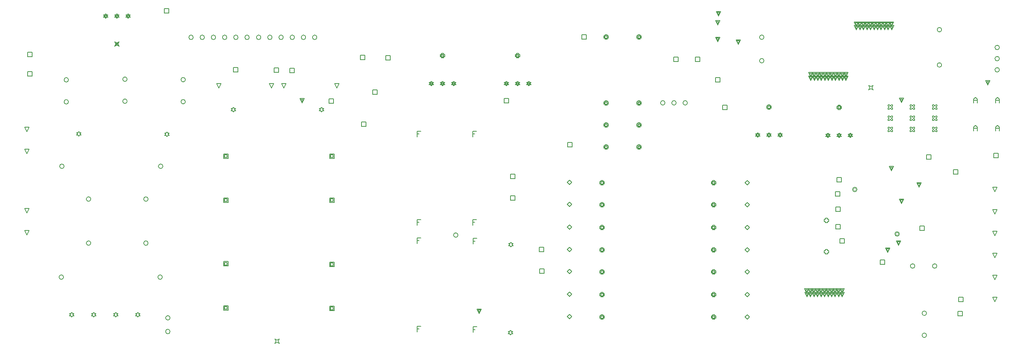
<source format=gbr>
%TF.GenerationSoftware,Altium Limited,Altium Designer,24.3.1 (35)*%
G04 Layer_Color=2752767*
%FSLAX43Y43*%
%MOMM*%
%TF.SameCoordinates,2EF1D394-34E5-4190-8ABA-250447B0B6E5*%
%TF.FilePolarity,Positive*%
%TF.FileFunction,Drawing*%
%TF.Part,Single*%
G01*
G75*
%TA.AperFunction,NonConductor*%
%ADD163C,0.127*%
%ADD164C,0.169*%
%ADD165C,0.102*%
D163*
X114167Y35217D02*
Y36233D01*
X115183D01*
Y35217D01*
X114167D01*
Y40167D02*
Y41183D01*
X115183D01*
Y40167D01*
X114167D01*
X106513Y30862D02*
X105667D01*
Y30227D01*
X106090D01*
X105667D01*
Y29592D01*
X106513Y50928D02*
X105667D01*
Y50293D01*
X106090D01*
X105667D01*
Y49658D01*
X93846Y26711D02*
X93000D01*
Y26076D01*
X93423D01*
X93000D01*
Y25441D01*
X93846Y6645D02*
X93000D01*
Y6010D01*
X93423D01*
X93000D01*
Y5375D01*
X93846Y50928D02*
X93000D01*
Y50293D01*
X93423D01*
X93000D01*
Y49658D01*
X93846Y30862D02*
X93000D01*
Y30227D01*
X93423D01*
X93000D01*
Y29592D01*
X159960Y13559D02*
Y13305D01*
X160468D01*
Y13559D01*
X160722D01*
Y14067D01*
X160468D01*
Y14321D01*
X159960D01*
Y14067D01*
X159706D01*
Y13559D01*
X159960D01*
X160062Y13661D02*
Y13508D01*
X160366D01*
Y13661D01*
X160519D01*
Y13965D01*
X160366D01*
Y14118D01*
X160062D01*
Y13965D01*
X159909D01*
Y13661D01*
X160062D01*
X159960Y18725D02*
Y18471D01*
X160468D01*
Y18725D01*
X160722D01*
Y19233D01*
X160468D01*
Y19487D01*
X159960D01*
Y19233D01*
X159706D01*
Y18725D01*
X159960D01*
X160062Y18827D02*
Y18674D01*
X160366D01*
Y18827D01*
X160519D01*
Y19131D01*
X160366D01*
Y19284D01*
X160062D01*
Y19131D01*
X159909D01*
Y18827D01*
X160062D01*
X159960Y23719D02*
Y23465D01*
X160468D01*
Y23719D01*
X160722D01*
Y24227D01*
X160468D01*
Y24481D01*
X159960D01*
Y24227D01*
X159706D01*
Y23719D01*
X159960D01*
X160062Y23821D02*
Y23668D01*
X160366D01*
Y23821D01*
X160519D01*
Y24125D01*
X160366D01*
Y24278D01*
X160062D01*
Y24125D01*
X159909D01*
Y23821D01*
X160062D01*
X159960Y28799D02*
Y28545D01*
X160468D01*
Y28799D01*
X160722D01*
Y29307D01*
X160468D01*
Y29561D01*
X159960D01*
Y29307D01*
X159706D01*
Y28799D01*
X159960D01*
X160062Y28901D02*
Y28748D01*
X160366D01*
Y28901D01*
X160519D01*
Y29205D01*
X160366D01*
Y29358D01*
X160062D01*
Y29205D01*
X159909D01*
Y28901D01*
X160062D01*
X159960Y33965D02*
Y33711D01*
X160468D01*
Y33965D01*
X160722D01*
Y34473D01*
X160468D01*
Y34727D01*
X159960D01*
Y34473D01*
X159706D01*
Y33965D01*
X159960D01*
X160062Y34067D02*
Y33914D01*
X160366D01*
Y34067D01*
X160519D01*
Y34371D01*
X160366D01*
Y34524D01*
X160062D01*
Y34371D01*
X159909D01*
Y34067D01*
X160062D01*
X159960Y38959D02*
Y38705D01*
X160468D01*
Y38959D01*
X160722D01*
Y39467D01*
X160468D01*
Y39721D01*
X159960D01*
Y39467D01*
X159706D01*
Y38959D01*
X159960D01*
X160062Y39061D02*
Y38908D01*
X160366D01*
Y39061D01*
X160519D01*
Y39365D01*
X160366D01*
Y39518D01*
X160062D01*
Y39365D01*
X159909D01*
Y39061D01*
X160062D01*
X134687Y8479D02*
Y8225D01*
X135195D01*
Y8479D01*
X135449D01*
Y8987D01*
X135195D01*
Y9241D01*
X134687D01*
Y8987D01*
X134433D01*
Y8479D01*
X134687D01*
X134789Y8581D02*
Y8428D01*
X135093D01*
Y8581D01*
X135246D01*
Y8885D01*
X135093D01*
Y9038D01*
X134789D01*
Y8885D01*
X134636D01*
Y8581D01*
X134789D01*
X134687Y13559D02*
Y13305D01*
X135195D01*
Y13559D01*
X135449D01*
Y14067D01*
X135195D01*
Y14321D01*
X134687D01*
Y14067D01*
X134433D01*
Y13559D01*
X134687D01*
X134789Y13661D02*
Y13508D01*
X135093D01*
Y13661D01*
X135246D01*
Y13965D01*
X135093D01*
Y14118D01*
X134789D01*
Y13965D01*
X134636D01*
Y13661D01*
X134789D01*
X134687Y18725D02*
Y18471D01*
X135195D01*
Y18725D01*
X135449D01*
Y19233D01*
X135195D01*
Y19487D01*
X134687D01*
Y19233D01*
X134433D01*
Y18725D01*
X134687D01*
X134789Y18827D02*
Y18674D01*
X135093D01*
Y18827D01*
X135246D01*
Y19131D01*
X135093D01*
Y19284D01*
X134789D01*
Y19131D01*
X134636D01*
Y18827D01*
X134789D01*
X134687Y23719D02*
Y23465D01*
X135195D01*
Y23719D01*
X135449D01*
Y24227D01*
X135195D01*
Y24481D01*
X134687D01*
Y24227D01*
X134433D01*
Y23719D01*
X134687D01*
X134789Y23821D02*
Y23668D01*
X135093D01*
Y23821D01*
X135246D01*
Y24125D01*
X135093D01*
Y24278D01*
X134789D01*
Y24125D01*
X134636D01*
Y23821D01*
X134789D01*
X134687Y28799D02*
Y28545D01*
X135195D01*
Y28799D01*
X135449D01*
Y29307D01*
X135195D01*
Y29561D01*
X134687D01*
Y29307D01*
X134433D01*
Y28799D01*
X134687D01*
X134789Y28901D02*
Y28748D01*
X135093D01*
Y28901D01*
X135246D01*
Y29205D01*
X135093D01*
Y29358D01*
X134789D01*
Y29205D01*
X134636D01*
Y28901D01*
X134789D01*
X134687Y33965D02*
Y33711D01*
X135195D01*
Y33965D01*
X135449D01*
Y34473D01*
X135195D01*
Y34727D01*
X134687D01*
Y34473D01*
X134433D01*
Y33965D01*
X134687D01*
X134789Y34067D02*
Y33914D01*
X135093D01*
Y34067D01*
X135246D01*
Y34371D01*
X135093D01*
Y34524D01*
X134789D01*
Y34371D01*
X134636D01*
Y34067D01*
X134789D01*
X134687Y38959D02*
Y38705D01*
X135195D01*
Y38959D01*
X135449D01*
Y39467D01*
X135195D01*
Y39721D01*
X134687D01*
Y39467D01*
X134433D01*
Y38959D01*
X134687D01*
X134789Y39061D02*
Y38908D01*
X135093D01*
Y39061D01*
X135246D01*
Y39365D01*
X135093D01*
Y39518D01*
X134789D01*
Y39365D01*
X134636D01*
Y39061D01*
X134789D01*
X159960Y8479D02*
Y8225D01*
X160468D01*
Y8479D01*
X160722D01*
Y8987D01*
X160468D01*
Y9241D01*
X159960D01*
Y8987D01*
X159706D01*
Y8479D01*
X159960D01*
X160062Y8581D02*
Y8428D01*
X160366D01*
Y8581D01*
X160519D01*
Y8885D01*
X160366D01*
Y9038D01*
X160062D01*
Y8885D01*
X159909D01*
Y8581D01*
X160062D01*
X167326Y13813D02*
X167834Y14321D01*
X168342Y13813D01*
X167834Y13305D01*
X167326Y13813D01*
Y18979D02*
X167834Y19487D01*
X168342Y18979D01*
X167834Y18471D01*
X167326Y18979D01*
Y23973D02*
X167834Y24481D01*
X168342Y23973D01*
X167834Y23465D01*
X167326Y23973D01*
Y29053D02*
X167834Y29561D01*
X168342Y29053D01*
X167834Y28545D01*
X167326Y29053D01*
Y34219D02*
X167834Y34727D01*
X168342Y34219D01*
X167834Y33711D01*
X167326Y34219D01*
Y39213D02*
X167834Y39721D01*
X168342Y39213D01*
X167834Y38705D01*
X167326Y39213D01*
Y8733D02*
X167834Y9241D01*
X168342Y8733D01*
X167834Y8225D01*
X167326Y8733D01*
X127067Y13940D02*
X127575Y14448D01*
X128083Y13940D01*
X127575Y13432D01*
X127067Y13940D01*
Y19106D02*
X127575Y19614D01*
X128083Y19106D01*
X127575Y18598D01*
X127067Y19106D01*
Y24100D02*
X127575Y24608D01*
X128083Y24100D01*
X127575Y23592D01*
X127067Y24100D01*
Y29180D02*
X127575Y29688D01*
X128083Y29180D01*
X127575Y28672D01*
X127067Y29180D01*
Y34346D02*
X127575Y34854D01*
X128083Y34346D01*
X127575Y33838D01*
X127067Y34346D01*
Y39340D02*
X127575Y39848D01*
X128083Y39340D01*
X127575Y38832D01*
X127067Y39340D01*
Y8860D02*
X127575Y9368D01*
X128083Y8860D01*
X127575Y8352D01*
X127067Y8860D01*
X73192Y44767D02*
Y45783D01*
X74208D01*
Y44767D01*
X73192D01*
X73395Y44970D02*
Y45580D01*
X74005D01*
Y44970D01*
X73395D01*
X73192Y34767D02*
Y35783D01*
X74208D01*
Y34767D01*
X73192D01*
X73395Y34970D02*
Y35580D01*
X74005D01*
Y34970D01*
X73395D01*
X106571Y6541D02*
X105725D01*
Y5906D01*
X106148D01*
X105725D01*
Y5271D01*
X106571Y26607D02*
X105725D01*
Y25972D01*
X106148D01*
X105725D01*
Y25337D01*
X224184Y51001D02*
Y51847D01*
X224607Y52271D01*
X225031Y51847D01*
Y51001D01*
Y51636D01*
X224184D01*
X219184Y51001D02*
Y51847D01*
X219607Y52271D01*
X220031Y51847D01*
Y51001D01*
Y51636D01*
X219184D01*
Y57351D02*
Y58197D01*
X219607Y58621D01*
X220031Y58197D01*
Y57351D01*
Y57986D01*
X219184D01*
X224184Y57351D02*
Y58197D01*
X224607Y58621D01*
X225031Y58197D01*
Y57351D01*
Y57986D01*
X224184D01*
X49142Y10317D02*
Y11333D01*
X50158D01*
Y10317D01*
X49142D01*
X49345Y10520D02*
Y11130D01*
X49955D01*
Y10520D01*
X49345D01*
X49142Y20317D02*
Y21333D01*
X50158D01*
Y20317D01*
X49142D01*
X49345Y20520D02*
Y21130D01*
X49955D01*
Y20520D01*
X49345D01*
X162242Y55842D02*
Y56858D01*
X163258D01*
Y55842D01*
X162242D01*
X29725Y8792D02*
X29979Y9046D01*
X30233D01*
X29979Y9300D01*
X30233Y9554D01*
X29979D01*
X29725Y9808D01*
X29471Y9554D01*
X29217D01*
X29471Y9300D01*
X29217Y9046D01*
X29471D01*
X29725Y8792D01*
X14725D02*
X14979Y9046D01*
X15233D01*
X14979Y9300D01*
X15233Y9554D01*
X14979D01*
X14725Y9808D01*
X14471Y9554D01*
X14217D01*
X14471Y9300D01*
X14217Y9046D01*
X14471D01*
X14725Y8792D01*
X19725D02*
X19979Y9046D01*
X20233D01*
X19979Y9300D01*
X20233Y9554D01*
X19979D01*
X19725Y9808D01*
X19471Y9554D01*
X19217D01*
X19471Y9300D01*
X19217Y9046D01*
X19471D01*
X19725Y8792D01*
X24725D02*
X24979Y9046D01*
X25233D01*
X24979Y9300D01*
X25233Y9554D01*
X24979D01*
X24725Y9808D01*
X24471Y9554D01*
X24217D01*
X24471Y9300D01*
X24217Y9046D01*
X24471D01*
X24725Y8792D01*
X4717Y67817D02*
Y68833D01*
X5733D01*
Y67817D01*
X4717D01*
X215617Y9016D02*
Y10032D01*
X216633D01*
Y9016D01*
X215617D01*
X224041Y17242D02*
X223533Y18258D01*
X224549D01*
X224041Y17242D01*
Y12242D02*
X223533Y13258D01*
X224549D01*
X224041Y12242D01*
X215820D02*
Y13258D01*
X216836D01*
Y12242D01*
X215820D01*
X170260Y49542D02*
X170514Y49796D01*
X170768D01*
X170514Y50050D01*
X170768Y50304D01*
X170514D01*
X170260Y50558D01*
X170006Y50304D01*
X169752D01*
X170006Y50050D01*
X169752Y49796D01*
X170006D01*
X170260Y49542D01*
Y49745D02*
X170412Y49898D01*
X170565D01*
X170412Y50050D01*
X170565Y50202D01*
X170412D01*
X170260Y50355D01*
X170108Y50202D01*
X169955D01*
X170108Y50050D01*
X169955Y49898D01*
X170108D01*
X170260Y49745D01*
X172800Y49542D02*
X173054Y49796D01*
X173308D01*
X173054Y50050D01*
X173308Y50304D01*
X173054D01*
X172800Y50558D01*
X172546Y50304D01*
X172292D01*
X172546Y50050D01*
X172292Y49796D01*
X172546D01*
X172800Y49542D01*
Y49745D02*
X172952Y49898D01*
X173105D01*
X172952Y50050D01*
X173105Y50202D01*
X172952D01*
X172800Y50355D01*
X172648Y50202D01*
X172495D01*
X172648Y50050D01*
X172495Y49898D01*
X172648D01*
X172800Y49745D01*
X175340Y49542D02*
X175594Y49796D01*
X175848D01*
X175594Y50050D01*
X175848Y50304D01*
X175594D01*
X175340Y50558D01*
X175086Y50304D01*
X174832D01*
X175086Y50050D01*
X174832Y49796D01*
X175086D01*
X175340Y49542D01*
Y49745D02*
X175492Y49898D01*
X175645D01*
X175492Y50050D01*
X175645Y50202D01*
X175492D01*
X175340Y50355D01*
X175188Y50202D01*
X175035D01*
X175188Y50050D01*
X175035Y49898D01*
X175188D01*
X175340Y49745D01*
X172546Y56146D02*
Y55892D01*
X173054D01*
Y56146D01*
X173308D01*
Y56654D01*
X173054D01*
Y56908D01*
X172546D01*
Y56654D01*
X172292D01*
Y56146D01*
X172546D01*
X172648Y56248D02*
Y56095D01*
X172952D01*
Y56248D01*
X173105D01*
Y56552D01*
X172952D01*
Y56705D01*
X172648D01*
Y56552D01*
X172495D01*
Y56248D01*
X172648D01*
X4731Y63417D02*
Y64433D01*
X5747D01*
Y63417D01*
X4731D01*
X27525Y76542D02*
X27779Y76796D01*
X28033D01*
X27779Y77050D01*
X28033Y77304D01*
X27779D01*
X27525Y77558D01*
X27271Y77304D01*
X27017D01*
X27271Y77050D01*
X27017Y76796D01*
X27271D01*
X27525Y76542D01*
Y76745D02*
X27677Y76898D01*
X27830D01*
X27677Y77050D01*
X27830Y77202D01*
X27677D01*
X27525Y77355D01*
X27373Y77202D01*
X27220D01*
X27373Y77050D01*
X27220Y76898D01*
X27373D01*
X27525Y76745D01*
X24985Y76542D02*
X25239Y76796D01*
X25493D01*
X25239Y77050D01*
X25493Y77304D01*
X25239D01*
X24985Y77558D01*
X24731Y77304D01*
X24477D01*
X24731Y77050D01*
X24477Y76796D01*
X24731D01*
X24985Y76542D01*
Y76745D02*
X25137Y76898D01*
X25290D01*
X25137Y77050D01*
X25290Y77202D01*
X25137D01*
X24985Y77355D01*
X24833Y77202D01*
X24680D01*
X24833Y77050D01*
X24680Y76898D01*
X24833D01*
X24985Y76745D01*
X22445Y76542D02*
X22699Y76796D01*
X22953D01*
X22699Y77050D01*
X22953Y77304D01*
X22699D01*
X22445Y77558D01*
X22191Y77304D01*
X21937D01*
X22191Y77050D01*
X21937Y76796D01*
X22191D01*
X22445Y76542D01*
Y76745D02*
X22597Y76898D01*
X22750D01*
X22597Y77050D01*
X22750Y77202D01*
X22597D01*
X22445Y77355D01*
X22293Y77202D01*
X22140D01*
X22293Y77050D01*
X22140Y76898D01*
X22293D01*
X22445Y76745D01*
X24477Y70192D02*
X24731Y70700D01*
X24477Y71208D01*
X24985Y70954D01*
X25493Y71208D01*
X25239Y70700D01*
X25493Y70192D01*
X24985Y70446D01*
X24477Y70192D01*
X24680Y70395D02*
X24833Y70700D01*
X24680Y71005D01*
X24985Y70852D01*
X25290Y71005D01*
X25137Y70700D01*
X25290Y70395D01*
X24985Y70548D01*
X24680Y70395D01*
X4550Y50817D02*
X4042Y51833D01*
X5058D01*
X4550Y50817D01*
Y45817D02*
X4042Y46833D01*
X5058D01*
X4550Y45817D01*
X49142Y34767D02*
Y35783D01*
X50158D01*
Y34767D01*
X49142D01*
X49345Y34970D02*
Y35580D01*
X49955D01*
Y34970D01*
X49345D01*
X49142Y44767D02*
Y45783D01*
X50158D01*
Y44767D01*
X49142D01*
X49345Y44970D02*
Y45580D01*
X49955D01*
Y44970D01*
X49345D01*
X16325Y49817D02*
X16579Y50071D01*
X16833D01*
X16579Y50325D01*
X16833Y50579D01*
X16579D01*
X16325Y50833D01*
X16071Y50579D01*
X15817D01*
X16071Y50325D01*
X15817Y50071D01*
X16071D01*
X16325Y49817D01*
X36300Y49767D02*
X36554Y50021D01*
X36808D01*
X36554Y50275D01*
X36808Y50529D01*
X36554D01*
X36300Y50783D01*
X36046Y50529D01*
X35792D01*
X36046Y50275D01*
X35792Y50021D01*
X36046D01*
X36300Y49767D01*
X186177Y49519D02*
X186431Y49773D01*
X186685D01*
X186431Y50027D01*
X186685Y50281D01*
X186431D01*
X186177Y50535D01*
X185923Y50281D01*
X185669D01*
X185923Y50027D01*
X185669Y49773D01*
X185923D01*
X186177Y49519D01*
Y49722D02*
X186329Y49875D01*
X186482D01*
X186329Y50027D01*
X186482Y50179D01*
X186329D01*
X186177Y50332D01*
X186025Y50179D01*
X185872D01*
X186025Y50027D01*
X185872Y49875D01*
X186025D01*
X186177Y49722D01*
X188717Y49519D02*
X188971Y49773D01*
X189225D01*
X188971Y50027D01*
X189225Y50281D01*
X188971D01*
X188717Y50535D01*
X188463Y50281D01*
X188209D01*
X188463Y50027D01*
X188209Y49773D01*
X188463D01*
X188717Y49519D01*
Y49722D02*
X188869Y49875D01*
X189022D01*
X188869Y50027D01*
X189022Y50179D01*
X188869D01*
X188717Y50332D01*
X188565Y50179D01*
X188412D01*
X188565Y50027D01*
X188412Y49875D01*
X188565D01*
X188717Y49722D01*
X191257Y49519D02*
X191511Y49773D01*
X191765D01*
X191511Y50027D01*
X191765Y50281D01*
X191511D01*
X191257Y50535D01*
X191003Y50281D01*
X190749D01*
X191003Y50027D01*
X190749Y49773D01*
X191003D01*
X191257Y49519D01*
Y49722D02*
X191409Y49875D01*
X191562D01*
X191409Y50027D01*
X191562Y50179D01*
X191409D01*
X191257Y50332D01*
X191105Y50179D01*
X190952D01*
X191105Y50027D01*
X190952Y49875D01*
X191105D01*
X191257Y49722D01*
X188463Y56123D02*
Y55869D01*
X188971D01*
Y56123D01*
X189225D01*
Y56631D01*
X188971D01*
Y56885D01*
X188463D01*
Y56631D01*
X188209D01*
Y56123D01*
X188463D01*
X188565Y56225D02*
Y56072D01*
X188869D01*
Y56225D01*
X189022D01*
Y56529D01*
X188869D01*
Y56682D01*
X188565D01*
Y56529D01*
X188412D01*
Y56225D01*
X188565D01*
X73192Y20192D02*
Y21208D01*
X74208D01*
Y20192D01*
X73192D01*
X73395Y20395D02*
Y21005D01*
X74005D01*
Y20395D01*
X73395D01*
X73192Y10192D02*
Y11208D01*
X74208D01*
Y10192D01*
X73192D01*
X73395Y10395D02*
Y11005D01*
X74005D01*
Y10395D01*
X73395D01*
X114257Y24676D02*
X114511Y24930D01*
X114765D01*
X114511Y25184D01*
X114765Y25438D01*
X114511D01*
X114257Y25692D01*
X114003Y25438D01*
X113749D01*
X114003Y25184D01*
X113749Y24930D01*
X114003D01*
X114257Y24676D01*
X114207Y4701D02*
X114461Y4955D01*
X114715D01*
X114461Y5209D01*
X114715Y5463D01*
X114461D01*
X114207Y5717D01*
X113953Y5463D01*
X113699D01*
X113953Y5209D01*
X113699Y4955D01*
X113953D01*
X114207Y4701D01*
X4575Y32367D02*
X4067Y33383D01*
X5083D01*
X4575Y32367D01*
Y27367D02*
X4067Y28383D01*
X5083D01*
X4575Y27367D01*
X115513Y67823D02*
Y67569D01*
X116021D01*
Y67823D01*
X116275D01*
Y68331D01*
X116021D01*
Y68585D01*
X115513D01*
Y68331D01*
X115259D01*
Y67823D01*
X115513D01*
X115615Y67925D02*
Y67772D01*
X115919D01*
Y67925D01*
X116072D01*
Y68229D01*
X115919D01*
Y68382D01*
X115615D01*
Y68229D01*
X115462D01*
Y67925D01*
X115615D01*
X118307Y61219D02*
X118561Y61473D01*
X118815D01*
X118561Y61727D01*
X118815Y61981D01*
X118561D01*
X118307Y62235D01*
X118053Y61981D01*
X117799D01*
X118053Y61727D01*
X117799Y61473D01*
X118053D01*
X118307Y61219D01*
Y61422D02*
X118459Y61575D01*
X118612D01*
X118459Y61727D01*
X118612Y61879D01*
X118459D01*
X118307Y62032D01*
X118155Y61879D01*
X118002D01*
X118155Y61727D01*
X118002Y61575D01*
X118155D01*
X118307Y61422D01*
X115767Y61219D02*
X116021Y61473D01*
X116275D01*
X116021Y61727D01*
X116275Y61981D01*
X116021D01*
X115767Y62235D01*
X115513Y61981D01*
X115259D01*
X115513Y61727D01*
X115259Y61473D01*
X115513D01*
X115767Y61219D01*
Y61422D02*
X115919Y61575D01*
X116072D01*
X115919Y61727D01*
X116072Y61879D01*
X115919D01*
X115767Y62032D01*
X115615Y61879D01*
X115462D01*
X115615Y61727D01*
X115462Y61575D01*
X115615D01*
X115767Y61422D01*
X113227Y61219D02*
X113481Y61473D01*
X113735D01*
X113481Y61727D01*
X113735Y61981D01*
X113481D01*
X113227Y62235D01*
X112973Y61981D01*
X112719D01*
X112973Y61727D01*
X112719Y61473D01*
X112973D01*
X113227Y61219D01*
Y61422D02*
X113379Y61575D01*
X113532D01*
X113379Y61727D01*
X113532Y61879D01*
X113379D01*
X113227Y62032D01*
X113075Y61879D01*
X112922D01*
X113075Y61727D01*
X112922Y61575D01*
X113075D01*
X113227Y61422D01*
X96202Y61219D02*
X96456Y61473D01*
X96710D01*
X96456Y61727D01*
X96710Y61981D01*
X96456D01*
X96202Y62235D01*
X95948Y61981D01*
X95694D01*
X95948Y61727D01*
X95694Y61473D01*
X95948D01*
X96202Y61219D01*
Y61422D02*
X96354Y61575D01*
X96507D01*
X96354Y61727D01*
X96507Y61879D01*
X96354D01*
X96202Y62032D01*
X96050Y61879D01*
X95897D01*
X96050Y61727D01*
X95897Y61575D01*
X96050D01*
X96202Y61422D01*
X98742Y61219D02*
X98996Y61473D01*
X99250D01*
X98996Y61727D01*
X99250Y61981D01*
X98996D01*
X98742Y62235D01*
X98488Y61981D01*
X98234D01*
X98488Y61727D01*
X98234Y61473D01*
X98488D01*
X98742Y61219D01*
Y61422D02*
X98894Y61575D01*
X99047D01*
X98894Y61727D01*
X99047Y61879D01*
X98894D01*
X98742Y62032D01*
X98590Y61879D01*
X98437D01*
X98590Y61727D01*
X98437Y61575D01*
X98590D01*
X98742Y61422D01*
X101282Y61219D02*
X101536Y61473D01*
X101790D01*
X101536Y61727D01*
X101790Y61981D01*
X101536D01*
X101282Y62235D01*
X101028Y61981D01*
X100774D01*
X101028Y61727D01*
X100774Y61473D01*
X101028D01*
X101282Y61219D01*
Y61422D02*
X101434Y61575D01*
X101587D01*
X101434Y61727D01*
X101587Y61879D01*
X101434D01*
X101282Y62032D01*
X101130Y61879D01*
X100977D01*
X101130Y61727D01*
X100977Y61575D01*
X101130D01*
X101282Y61422D01*
X98488Y67823D02*
Y67569D01*
X98996D01*
Y67823D01*
X99250D01*
Y68331D01*
X98996D01*
Y68585D01*
X98488D01*
Y68331D01*
X98234D01*
Y67823D01*
X98488D01*
X98590Y67925D02*
Y67772D01*
X98894D01*
Y67925D01*
X99047D01*
Y68229D01*
X98894D01*
Y68382D01*
X98590D01*
Y68229D01*
X98437D01*
Y67925D01*
X98590D01*
X82967Y59291D02*
Y60307D01*
X83983D01*
Y59291D01*
X82967D01*
X85940Y67117D02*
Y68133D01*
X86956D01*
Y67117D01*
X85940D01*
X51367Y64417D02*
Y65433D01*
X52383D01*
Y64417D01*
X51367D01*
X51350Y55342D02*
X51604Y55596D01*
X51858D01*
X51604Y55850D01*
X51858Y56104D01*
X51604D01*
X51350Y56358D01*
X51096Y56104D01*
X50842D01*
X51096Y55850D01*
X50842Y55596D01*
X51096D01*
X51350Y55342D01*
X71325Y55292D02*
X71579Y55546D01*
X71833D01*
X71579Y55800D01*
X71833Y56054D01*
X71579D01*
X71325Y56308D01*
X71071Y56054D01*
X70817D01*
X71071Y55800D01*
X70817Y55546D01*
X71071D01*
X71325Y55292D01*
X73009Y57268D02*
Y58284D01*
X74025D01*
Y57268D01*
X73009D01*
X127142Y47367D02*
Y48383D01*
X128158D01*
Y47367D01*
X127142D01*
X80192Y67167D02*
Y68183D01*
X81208D01*
Y67167D01*
X80192D01*
X80367Y52017D02*
Y53033D01*
X81383D01*
Y52017D01*
X80367D01*
X60617Y64270D02*
Y65286D01*
X61633D01*
Y64270D01*
X60617D01*
X198042Y20667D02*
Y21683D01*
X199058D01*
Y20667D01*
X198042D01*
X151167Y66717D02*
Y67733D01*
X152183D01*
Y66717D01*
X151167D01*
X156117D02*
Y67733D01*
X157133D01*
Y66717D01*
X156117D01*
X135596Y72071D02*
Y71817D01*
X136104D01*
Y72071D01*
X136358D01*
Y72579D01*
X136104D01*
Y72833D01*
X135596D01*
Y72579D01*
X135342D01*
Y72071D01*
X135596D01*
X135698Y72173D02*
Y72020D01*
X136002D01*
Y72173D01*
X136155D01*
Y72477D01*
X136002D01*
Y72630D01*
X135698D01*
Y72477D01*
X135545D01*
Y72173D01*
X135698D01*
X143096Y72071D02*
Y71817D01*
X143604D01*
Y72071D01*
X143858D01*
Y72579D01*
X143604D01*
Y72833D01*
X143096D01*
Y72579D01*
X142842D01*
Y72071D01*
X143096D01*
X143198Y72173D02*
Y72020D01*
X143502D01*
Y72173D01*
X143655D01*
Y72477D01*
X143502D01*
Y72630D01*
X143198D01*
Y72477D01*
X143045D01*
Y72173D01*
X143198D01*
X135596Y57071D02*
Y56817D01*
X136104D01*
Y57071D01*
X136358D01*
Y57579D01*
X136104D01*
Y57833D01*
X135596D01*
Y57579D01*
X135342D01*
Y57071D01*
X135596D01*
X135698Y57173D02*
Y57020D01*
X136002D01*
Y57173D01*
X136155D01*
Y57477D01*
X136002D01*
Y57630D01*
X135698D01*
Y57477D01*
X135545D01*
Y57173D01*
X135698D01*
X135596Y52071D02*
Y51817D01*
X136104D01*
Y52071D01*
X136358D01*
Y52579D01*
X136104D01*
Y52833D01*
X135596D01*
Y52579D01*
X135342D01*
Y52071D01*
X135596D01*
X135698Y52173D02*
Y52020D01*
X136002D01*
Y52173D01*
X136155D01*
Y52477D01*
X136002D01*
Y52630D01*
X135698D01*
Y52477D01*
X135545D01*
Y52173D01*
X135698D01*
X135596Y47071D02*
Y46817D01*
X136104D01*
Y47071D01*
X136358D01*
Y47579D01*
X136104D01*
Y47833D01*
X135596D01*
Y47579D01*
X135342D01*
Y47071D01*
X135596D01*
X135698Y47173D02*
Y47020D01*
X136002D01*
Y47173D01*
X136155D01*
Y47477D01*
X136002D01*
Y47630D01*
X135698D01*
Y47477D01*
X135545D01*
Y47173D01*
X135698D01*
X143096Y47071D02*
Y46817D01*
X143604D01*
Y47071D01*
X143858D01*
Y47579D01*
X143604D01*
Y47833D01*
X143096D01*
Y47579D01*
X142842D01*
Y47071D01*
X143096D01*
X143198Y47173D02*
Y47020D01*
X143502D01*
Y47173D01*
X143655D01*
Y47477D01*
X143502D01*
Y47630D01*
X143198D01*
Y47477D01*
X143045D01*
Y47173D01*
X143198D01*
X143096Y52071D02*
Y51817D01*
X143604D01*
Y52071D01*
X143858D01*
Y52579D01*
X143604D01*
Y52833D01*
X143096D01*
Y52579D01*
X142842D01*
Y52071D01*
X143096D01*
X143198Y52173D02*
Y52020D01*
X143502D01*
Y52173D01*
X143655D01*
Y52477D01*
X143502D01*
Y52630D01*
X143198D01*
Y52477D01*
X143045D01*
Y52173D01*
X143198D01*
X143096Y57071D02*
Y56817D01*
X143604D01*
Y57071D01*
X143858D01*
Y57579D01*
X143604D01*
Y57833D01*
X143096D01*
Y57579D01*
X142842D01*
Y57071D01*
X143096D01*
X143198Y57173D02*
Y57020D01*
X143502D01*
Y57173D01*
X143655D01*
Y57477D01*
X143502D01*
Y57630D01*
X143198D01*
Y57477D01*
X143045D01*
Y57173D01*
X143198D01*
X130392Y71817D02*
Y72833D01*
X131408D01*
Y71817D01*
X130392D01*
X48041Y60717D02*
X47533Y61733D01*
X48549D01*
X48041Y60717D01*
X60041D02*
X59533Y61733D01*
X60549D01*
X60041Y60717D01*
X62791D02*
X62283Y61733D01*
X63299D01*
X62791Y60717D01*
X74791D02*
X74283Y61733D01*
X75299D01*
X74791Y60717D01*
X35717Y77792D02*
Y78808D01*
X36733D01*
Y77792D01*
X35717D01*
X64138Y64248D02*
Y65265D01*
X65155D01*
Y64248D01*
X64138D01*
X120767Y18642D02*
Y19658D01*
X121783D01*
Y18642D01*
X120767D01*
X120717Y23592D02*
Y24608D01*
X121733D01*
Y23592D01*
X120717D01*
X188217Y39444D02*
Y40460D01*
X189233D01*
Y39444D01*
X188217D01*
X188857Y25562D02*
Y26578D01*
X189873D01*
Y25562D01*
X188857D01*
X214617Y41217D02*
Y42233D01*
X215633D01*
Y41217D01*
X214617D01*
X112719Y57317D02*
Y58333D01*
X113735D01*
Y57317D01*
X112719D01*
X224041Y22242D02*
X223533Y23258D01*
X224549D01*
X224041Y22242D01*
Y27242D02*
X223533Y28258D01*
X224549D01*
X224041Y27242D01*
Y32167D02*
X223533Y33183D01*
X224549D01*
X224041Y32167D01*
Y37167D02*
X223533Y38183D01*
X224549D01*
X224041Y37167D01*
X206981Y28387D02*
Y29403D01*
X207997D01*
Y28387D01*
X206981D01*
X187956Y28742D02*
Y29758D01*
X188972D01*
Y28742D01*
X187956D01*
X204809Y55957D02*
X205063D01*
X205317Y56211D01*
X205571Y55957D01*
X205825D01*
Y56211D01*
X205571Y56465D01*
X205825Y56719D01*
Y56973D01*
X205571D01*
X205317Y56719D01*
X205063Y56973D01*
X204809D01*
Y56719D01*
X205063Y56465D01*
X204809Y56211D01*
Y55957D01*
Y53417D02*
X205063D01*
X205317Y53671D01*
X205571Y53417D01*
X205825D01*
Y53671D01*
X205571Y53925D01*
X205825Y54179D01*
Y54433D01*
X205571D01*
X205317Y54179D01*
X205063Y54433D01*
X204809D01*
Y54179D01*
X205063Y53925D01*
X204809Y53671D01*
Y53417D01*
Y50877D02*
X205063D01*
X205317Y51131D01*
X205571Y50877D01*
X205825D01*
Y51131D01*
X205571Y51385D01*
X205825Y51639D01*
Y51893D01*
X205571D01*
X205317Y51639D01*
X205063Y51893D01*
X204809D01*
Y51639D01*
X205063Y51385D01*
X204809Y51131D01*
Y50877D01*
X209824Y55957D02*
X210078D01*
X210332Y56211D01*
X210586Y55957D01*
X210840D01*
Y56211D01*
X210586Y56465D01*
X210840Y56719D01*
Y56973D01*
X210586D01*
X210332Y56719D01*
X210078Y56973D01*
X209824D01*
Y56719D01*
X210078Y56465D01*
X209824Y56211D01*
Y55957D01*
Y53417D02*
X210078D01*
X210332Y53671D01*
X210586Y53417D01*
X210840D01*
Y53671D01*
X210586Y53925D01*
X210840Y54179D01*
Y54433D01*
X210586D01*
X210332Y54179D01*
X210078Y54433D01*
X209824D01*
Y54179D01*
X210078Y53925D01*
X209824Y53671D01*
Y53417D01*
Y50877D02*
X210078D01*
X210332Y51131D01*
X210586Y50877D01*
X210840D01*
Y51131D01*
X210586Y51385D01*
X210840Y51639D01*
Y51893D01*
X210586D01*
X210332Y51639D01*
X210078Y51893D01*
X209824D01*
Y51639D01*
X210078Y51385D01*
X209824Y51131D01*
Y50877D01*
X223742Y44895D02*
Y45910D01*
X224758D01*
Y44895D01*
X223742D01*
X160641Y62067D02*
Y63083D01*
X161657D01*
Y62067D01*
X160641D01*
X185546Y23346D02*
Y23092D01*
X186054D01*
Y23346D01*
X186308D01*
Y23854D01*
X186054D01*
Y24108D01*
X185546D01*
Y23854D01*
X185292D01*
Y23346D01*
X185546D01*
Y30446D02*
Y30192D01*
X186054D01*
Y30446D01*
X186308D01*
Y30954D01*
X186054D01*
Y31208D01*
X185546D01*
Y30954D01*
X185292D01*
Y30446D01*
X185546D01*
X187881Y36169D02*
Y37185D01*
X188897D01*
Y36169D01*
X187881D01*
X187906Y32681D02*
Y33697D01*
X188922D01*
Y32681D01*
X187906D01*
X208517Y44592D02*
Y45608D01*
X209533D01*
Y44592D01*
X208517D01*
X199769Y55957D02*
X200023D01*
X200277Y56211D01*
X200531Y55957D01*
X200785D01*
Y56211D01*
X200531Y56465D01*
X200785Y56719D01*
Y56973D01*
X200531D01*
X200277Y56719D01*
X200023Y56973D01*
X199769D01*
Y56719D01*
X200023Y56465D01*
X199769Y56211D01*
Y55957D01*
Y53417D02*
X200023D01*
X200277Y53671D01*
X200531Y53417D01*
X200785D01*
Y53671D01*
X200531Y53925D01*
X200785Y54179D01*
Y54433D01*
X200531D01*
X200277Y54179D01*
X200023Y54433D01*
X199769D01*
Y54179D01*
X200023Y53925D01*
X199769Y53671D01*
Y53417D01*
Y50877D02*
X200023D01*
X200277Y51131D01*
X200531Y50877D01*
X200785D01*
Y51131D01*
X200531Y51385D01*
X200785Y51639D01*
Y51893D01*
X200531D01*
X200277Y51639D01*
X200023Y51893D01*
X199769D01*
Y51639D01*
X200023Y51385D01*
X199769Y51131D01*
Y50877D01*
X107100Y9542D02*
X106592Y10558D01*
X107608D01*
X107100Y9542D01*
Y9745D02*
X106795Y10355D01*
X107405D01*
X107100Y9745D01*
X183844Y63252D02*
X183336Y64268D01*
X184352D01*
X183844Y63252D01*
Y63455D02*
X183539Y64065D01*
X184149D01*
X183844Y63455D01*
X183044Y63252D02*
X182536Y64268D01*
X183552D01*
X183044Y63252D01*
Y63455D02*
X182739Y64065D01*
X183349D01*
X183044Y63455D01*
X182269Y63252D02*
X181761Y64268D01*
X182777D01*
X182269Y63252D01*
Y63455D02*
X181964Y64065D01*
X182574D01*
X182269Y63455D01*
X187044Y63252D02*
X186536Y64268D01*
X187552D01*
X187044Y63252D01*
Y63455D02*
X186739Y64065D01*
X187349D01*
X187044Y63455D01*
X184644Y63252D02*
X184136Y64268D01*
X185152D01*
X184644Y63252D01*
Y63455D02*
X184339Y64065D01*
X184949D01*
X184644Y63455D01*
X185444Y63252D02*
X184936Y64268D01*
X185952D01*
X185444Y63252D01*
Y63455D02*
X185139Y64065D01*
X185749D01*
X185444Y63455D01*
X190244Y63252D02*
X189736Y64268D01*
X190752D01*
X190244Y63252D01*
Y63455D02*
X189939Y64065D01*
X190549D01*
X190244Y63455D01*
X187844Y63252D02*
X187336Y64268D01*
X188352D01*
X187844Y63252D01*
Y63455D02*
X187539Y64065D01*
X188149D01*
X187844Y63455D01*
X189444Y63252D02*
X188936Y64268D01*
X189952D01*
X189444Y63252D01*
Y63455D02*
X189139Y64065D01*
X189749D01*
X189444Y63455D01*
X188644Y63252D02*
X188136Y64268D01*
X189152D01*
X188644Y63252D01*
Y63455D02*
X188339Y64065D01*
X188949D01*
X188644Y63455D01*
X185469Y62452D02*
X184961Y63468D01*
X185977D01*
X185469Y62452D01*
Y62655D02*
X185164Y63265D01*
X185774D01*
X185469Y62655D01*
X186269Y62452D02*
X185761Y63468D01*
X186777D01*
X186269Y62452D01*
Y62655D02*
X185964Y63265D01*
X186574D01*
X186269Y62655D01*
X187069Y62452D02*
X186561Y63468D01*
X187577D01*
X187069Y62452D01*
Y62655D02*
X186764Y63265D01*
X187374D01*
X187069Y62655D01*
X187869Y62452D02*
X187361Y63468D01*
X188377D01*
X187869Y62452D01*
Y62655D02*
X187564Y63265D01*
X188174D01*
X187869Y62655D01*
X188669Y62452D02*
X188161Y63468D01*
X189177D01*
X188669Y62452D01*
Y62655D02*
X188364Y63265D01*
X188974D01*
X188669Y62655D01*
X189469Y62452D02*
X188961Y63468D01*
X189977D01*
X189469Y62452D01*
Y62655D02*
X189164Y63265D01*
X189774D01*
X189469Y62655D01*
X190244Y62452D02*
X189736Y63468D01*
X190752D01*
X190244Y62452D01*
Y62655D02*
X189939Y63265D01*
X190549D01*
X190244Y62655D01*
X183869Y62452D02*
X183361Y63468D01*
X184377D01*
X183869Y62452D01*
Y62655D02*
X183564Y63265D01*
X184174D01*
X183869Y62655D01*
X183069Y62452D02*
X182561Y63468D01*
X183577D01*
X183069Y62452D01*
Y62655D02*
X182764Y63265D01*
X183374D01*
X183069Y62655D01*
X182269Y62452D02*
X181761Y63468D01*
X182777D01*
X182269Y62452D01*
Y62655D02*
X181964Y63265D01*
X182574D01*
X182269Y62655D01*
X199815Y73917D02*
X199307Y74933D01*
X200323D01*
X199815Y73917D01*
Y74120D02*
X199510Y74730D01*
X200119D01*
X199815Y74120D01*
X199015Y73917D02*
X198507Y74933D01*
X199523D01*
X199015Y73917D01*
Y74120D02*
X198710Y74730D01*
X199319D01*
X199015Y74120D01*
X198990Y74717D02*
X198482Y75733D01*
X199498D01*
X198990Y74717D01*
Y74920D02*
X198685Y75530D01*
X199294D01*
X198990Y74920D01*
X193415Y73917D02*
X192907Y74933D01*
X193923D01*
X193415Y73917D01*
Y74120D02*
X193110Y74730D01*
X193719D01*
X193415Y74120D01*
X194190Y74717D02*
X193682Y75733D01*
X194698D01*
X194190Y74717D01*
Y74920D02*
X193885Y75530D01*
X194494D01*
X194190Y74920D01*
X194990Y74717D02*
X194482Y75733D01*
X195498D01*
X194990Y74717D01*
Y74920D02*
X194685Y75530D01*
X195294D01*
X194990Y74920D01*
X195815Y73917D02*
X195307Y74933D01*
X196323D01*
X195815Y73917D01*
Y74120D02*
X195510Y74730D01*
X196119D01*
X195815Y74120D01*
X195790Y74717D02*
X195282Y75733D01*
X196298D01*
X195790Y74717D01*
Y74920D02*
X195485Y75530D01*
X196094D01*
X195790Y74920D01*
X196615Y73917D02*
X196107Y74933D01*
X197123D01*
X196615Y73917D01*
Y74120D02*
X196310Y74730D01*
X196919D01*
X196615Y74120D01*
X196590Y74717D02*
X196082Y75733D01*
X197098D01*
X196590Y74717D01*
Y74920D02*
X196285Y75530D01*
X196894D01*
X196590Y74920D01*
X197390Y74717D02*
X196882Y75733D01*
X197898D01*
X197390Y74717D01*
Y74920D02*
X197085Y75530D01*
X197694D01*
X197390Y74920D01*
X198215Y73917D02*
X197707Y74933D01*
X198723D01*
X198215Y73917D01*
Y74120D02*
X197910Y74730D01*
X198519D01*
X198215Y74120D01*
X198190Y74717D02*
X197682Y75733D01*
X198698D01*
X198190Y74717D01*
Y74920D02*
X197885Y75530D01*
X198494D01*
X198190Y74920D01*
X197415Y73917D02*
X196907Y74933D01*
X197923D01*
X197415Y73917D01*
Y74120D02*
X197110Y74730D01*
X197719D01*
X197415Y74120D01*
X194215Y73917D02*
X193707Y74933D01*
X194723D01*
X194215Y73917D01*
Y74120D02*
X193910Y74730D01*
X194519D01*
X194215Y74120D01*
X195015Y73917D02*
X194507Y74933D01*
X195523D01*
X195015Y73917D01*
Y74120D02*
X194710Y74730D01*
X195319D01*
X195015Y74120D01*
X184669Y62452D02*
X184161Y63468D01*
X185177D01*
X184669Y62452D01*
Y62655D02*
X184364Y63265D01*
X184974D01*
X184669Y62655D01*
X186244Y63252D02*
X185736Y64268D01*
X186752D01*
X186244Y63252D01*
Y63455D02*
X185939Y64065D01*
X186549D01*
X186244Y63455D01*
X192615Y74717D02*
X192107Y75733D01*
X193123D01*
X192615Y74717D01*
Y74920D02*
X192310Y75530D01*
X192919D01*
X192615Y74920D01*
X199790Y74717D02*
X199282Y75733D01*
X200298D01*
X199790Y74717D01*
Y74920D02*
X199485Y75530D01*
X200094D01*
X199790Y74920D01*
X200590Y74717D02*
X200082Y75733D01*
X201098D01*
X200590Y74717D01*
Y74920D02*
X200285Y75530D01*
X200894D01*
X200590Y74920D01*
X193390Y74717D02*
X192882Y75733D01*
X193898D01*
X193390Y74717D01*
Y74920D02*
X193085Y75530D01*
X193694D01*
X193390Y74920D01*
X200615Y73917D02*
X200107Y74933D01*
X201123D01*
X200615Y73917D01*
Y74120D02*
X200310Y74730D01*
X200919D01*
X200615Y74120D01*
X192615Y73917D02*
X192107Y74933D01*
X193123D01*
X192615Y73917D01*
Y74120D02*
X192310Y74730D01*
X192919D01*
X192615Y74120D01*
X202175Y25017D02*
X201667Y26033D01*
X202683D01*
X202175Y25017D01*
Y25220D02*
X201870Y25830D01*
X202480D01*
X202175Y25220D01*
X200522Y41926D02*
X200014Y42942D01*
X201030D01*
X200522Y41926D01*
Y42130D02*
X200217Y42739D01*
X200827D01*
X200522Y42130D01*
X199733Y23405D02*
X199225Y24421D01*
X200241D01*
X199733Y23405D01*
Y23609D02*
X199428Y24218D01*
X200038D01*
X199733Y23609D01*
X195342Y60292D02*
X195596Y60800D01*
X195342Y61308D01*
X195850Y61054D01*
X196358Y61308D01*
X196104Y60800D01*
X196358Y60292D01*
X195850Y60546D01*
X195342Y60292D01*
X202800Y57428D02*
X202292Y58444D01*
X203308D01*
X202800Y57428D01*
Y57632D02*
X202495Y58241D01*
X203105D01*
X202800Y57632D01*
X222425Y61387D02*
X221917Y62403D01*
X222933D01*
X222425Y61387D01*
Y61590D02*
X222120Y62199D01*
X222730D01*
X222425Y61590D01*
X165825Y70642D02*
X165317Y71658D01*
X166333D01*
X165825Y70642D01*
Y70845D02*
X165520Y71455D01*
X166130D01*
X165825Y70845D01*
X161325Y77092D02*
X160817Y78108D01*
X161833D01*
X161325Y77092D01*
Y77295D02*
X161020Y77905D01*
X161630D01*
X161325Y77295D01*
X161149Y71259D02*
X160641Y72275D01*
X161657D01*
X161149Y71259D01*
Y71462D02*
X160845Y72072D01*
X161454D01*
X161149Y71462D01*
Y75017D02*
X160641Y76033D01*
X161657D01*
X161149Y75017D01*
Y75220D02*
X160845Y75830D01*
X161454D01*
X161149Y75220D01*
X206792Y38218D02*
X206284Y39234D01*
X207300D01*
X206792Y38218D01*
Y38421D02*
X206487Y39031D01*
X207097D01*
X206792Y38421D01*
X188600Y13317D02*
X188092Y14333D01*
X189108D01*
X188600Y13317D01*
Y13520D02*
X188295Y14130D01*
X188905D01*
X188600Y13520D01*
X182965Y14142D02*
X182457Y15158D01*
X183473D01*
X182965Y14142D01*
Y14345D02*
X182660Y14955D01*
X183269D01*
X182965Y14345D01*
X187000Y13317D02*
X186492Y14333D01*
X187508D01*
X187000Y13317D01*
Y13520D02*
X186695Y14130D01*
X187305D01*
X187000Y13520D01*
X189400Y13317D02*
X188892Y14333D01*
X189908D01*
X189400Y13317D01*
Y13520D02*
X189095Y14130D01*
X189705D01*
X189400Y13520D01*
X185400Y13317D02*
X184892Y14333D01*
X185908D01*
X185400Y13317D01*
Y13520D02*
X185095Y14130D01*
X185705D01*
X185400Y13520D01*
X182200Y13317D02*
X181692Y14333D01*
X182708D01*
X182200Y13317D01*
Y13520D02*
X181895Y14130D01*
X182505D01*
X182200Y13520D01*
X187765Y14142D02*
X187257Y15158D01*
X188273D01*
X187765Y14142D01*
Y14345D02*
X187460Y14955D01*
X188069D01*
X187765Y14345D01*
X183000Y13317D02*
X182492Y14333D01*
X183508D01*
X183000Y13317D01*
Y13520D02*
X182695Y14130D01*
X183305D01*
X183000Y13520D01*
X184565Y14142D02*
X184057Y15158D01*
X185073D01*
X184565Y14142D01*
Y14345D02*
X184260Y14955D01*
X184869D01*
X184565Y14345D01*
X181400Y13317D02*
X180892Y14333D01*
X181908D01*
X181400Y13317D01*
Y13520D02*
X181095Y14130D01*
X181705D01*
X181400Y13520D01*
X186965Y14142D02*
X186457Y15158D01*
X187473D01*
X186965Y14142D01*
Y14345D02*
X186660Y14955D01*
X187269D01*
X186965Y14345D01*
X183800Y13317D02*
X183292Y14333D01*
X184308D01*
X183800Y13317D01*
Y13520D02*
X183495Y14130D01*
X184105D01*
X183800Y13520D01*
X187800Y13317D02*
X187292Y14333D01*
X188308D01*
X187800Y13317D01*
Y13520D02*
X187495Y14130D01*
X188105D01*
X187800Y13520D01*
X184600Y13317D02*
X184092Y14333D01*
X185108D01*
X184600Y13317D01*
Y13520D02*
X184295Y14130D01*
X184905D01*
X184600Y13520D01*
X188565Y14142D02*
X188057Y15158D01*
X189073D01*
X188565Y14142D01*
Y14345D02*
X188260Y14955D01*
X188869D01*
X188565Y14345D01*
X189365Y14142D02*
X188857Y15158D01*
X189873D01*
X189365Y14142D01*
Y14345D02*
X189060Y14955D01*
X189669D01*
X189365Y14345D01*
X185365Y14142D02*
X184857Y15158D01*
X185873D01*
X185365Y14142D01*
Y14345D02*
X185060Y14955D01*
X185669D01*
X185365Y14345D01*
X186165Y14142D02*
X185657Y15158D01*
X186673D01*
X186165Y14142D01*
Y14345D02*
X185860Y14955D01*
X186469D01*
X186165Y14345D01*
X186200Y13317D02*
X185692Y14333D01*
X186708D01*
X186200Y13317D01*
Y13520D02*
X185895Y14130D01*
X186505D01*
X186200Y13520D01*
X183765Y14142D02*
X183257Y15158D01*
X184273D01*
X183765Y14142D01*
Y14345D02*
X183460Y14955D01*
X184069D01*
X183765Y14345D01*
X181365Y14142D02*
X180857Y15158D01*
X181873D01*
X181365Y14142D01*
Y14345D02*
X181060Y14955D01*
X181669D01*
X181365Y14345D01*
X182165Y14142D02*
X181657Y15158D01*
X182673D01*
X182165Y14142D01*
Y14345D02*
X181860Y14955D01*
X182469D01*
X182165Y14345D01*
X60748Y2767D02*
X61002Y3275D01*
X60748Y3783D01*
X61256Y3529D01*
X61764Y3783D01*
X61510Y3275D01*
X61764Y2767D01*
X61256Y3021D01*
X60748Y2767D01*
X66925Y57342D02*
X66417Y58358D01*
X67433D01*
X66925Y57342D01*
Y57545D02*
X66620Y58155D01*
X67230D01*
X66925Y57545D01*
X202856Y34495D02*
X202348Y35511D01*
X203364D01*
X202856Y34495D01*
Y34698D02*
X202551Y35307D01*
X203161D01*
X202856Y34698D01*
D164*
X211933Y73975D02*
G03*
X211933Y73975I-508J0D01*
G01*
Y65975D02*
G03*
X211933Y65975I-508J0D01*
G01*
X171658Y66941D02*
G03*
X171658Y66941I-508J0D01*
G01*
Y72275D02*
G03*
X171658Y72275I-508J0D01*
G01*
X205858Y20325D02*
G03*
X205858Y20325I-508J0D01*
G01*
X210858D02*
G03*
X210858Y20325I-508J0D01*
G01*
X208508Y4600D02*
G03*
X208508Y4600I-508J0D01*
G01*
Y9600D02*
G03*
X208508Y9600I-508J0D01*
G01*
X13983Y62600D02*
G03*
X13983Y62600I-508J0D01*
G01*
Y57600D02*
G03*
X13983Y57600I-508J0D01*
G01*
X40483Y62625D02*
G03*
X40483Y62625I-508J0D01*
G01*
Y57625D02*
G03*
X40483Y57625I-508J0D01*
G01*
X27283Y57750D02*
G03*
X27283Y57750I-508J0D01*
G01*
Y62750D02*
G03*
X27283Y62750I-508J0D01*
G01*
X60139Y72250D02*
G03*
X60139Y72250I-508J0D01*
G01*
X70299D02*
G03*
X70299Y72250I-508J0D01*
G01*
X49889D02*
G03*
X49889Y72250I-508J0D01*
G01*
X52429D02*
G03*
X52429Y72250I-508J0D01*
G01*
X54969D02*
G03*
X54969Y72250I-508J0D01*
G01*
X57599D02*
G03*
X57599Y72250I-508J0D01*
G01*
X44809D02*
G03*
X44809Y72250I-508J0D01*
G01*
X62679D02*
G03*
X62679Y72250I-508J0D01*
G01*
X65219D02*
G03*
X65219Y72250I-508J0D01*
G01*
X67759D02*
G03*
X67759Y72250I-508J0D01*
G01*
X42269D02*
G03*
X42269Y72250I-508J0D01*
G01*
X47349D02*
G03*
X47349Y72250I-508J0D01*
G01*
X32033Y35525D02*
G03*
X32033Y35525I-508J0D01*
G01*
X19033D02*
G03*
X19033Y35525I-508J0D01*
G01*
X32033Y25525D02*
G03*
X32033Y25525I-508J0D01*
G01*
X19033D02*
G03*
X19033Y25525I-508J0D01*
G01*
X37008Y5450D02*
G03*
X37008Y5450I-508J0D01*
G01*
Y8550D02*
G03*
X37008Y8550I-508J0D01*
G01*
X35383Y42975D02*
G03*
X35383Y42975I-508J0D01*
G01*
X12983D02*
G03*
X12983Y42975I-508J0D01*
G01*
X35258Y17800D02*
G03*
X35258Y17800I-508J0D01*
G01*
X12858D02*
G03*
X12858Y17800I-508J0D01*
G01*
X154298Y57375D02*
G03*
X154298Y57375I-508J0D01*
G01*
X151758D02*
G03*
X151758Y57375I-508J0D01*
G01*
X149218D02*
G03*
X149218Y57375I-508J0D01*
G01*
X225033Y64870D02*
G03*
X225033Y64870I-508J0D01*
G01*
Y67410D02*
G03*
X225033Y67410I-508J0D01*
G01*
Y69950D02*
G03*
X225033Y69950I-508J0D01*
G01*
X102283Y27350D02*
G03*
X102283Y27350I-508J0D01*
G01*
X202347Y27602D02*
G03*
X202347Y27602I-508J0D01*
G01*
X192747Y37702D02*
G03*
X192747Y37702I-508J0D01*
G01*
D165*
X202144Y27602D02*
G03*
X202144Y27602I-305J0D01*
G01*
X192544Y37702D02*
G03*
X192544Y37702I-305J0D01*
G01*
%TF.MD5,bba1f6fd33d142e09b17fd52635759e9*%
M02*

</source>
